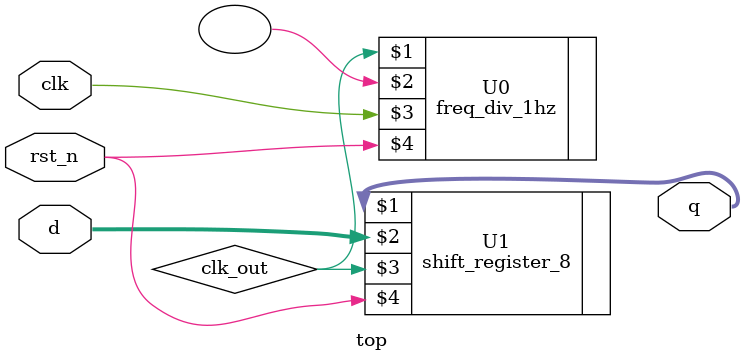
<source format=v>
`timescale 1ns / 1ps


module top(
    output [7:0] q,
    input [7:0] d,
    input clk,
    input rst_n
    );
    
    wire clk_out;
    
    freq_div_1hz U0 (clk_out, , clk, rst_n);
    shift_register_8 U1 (q, d, clk_out, rst_n);
    
endmodule

</source>
